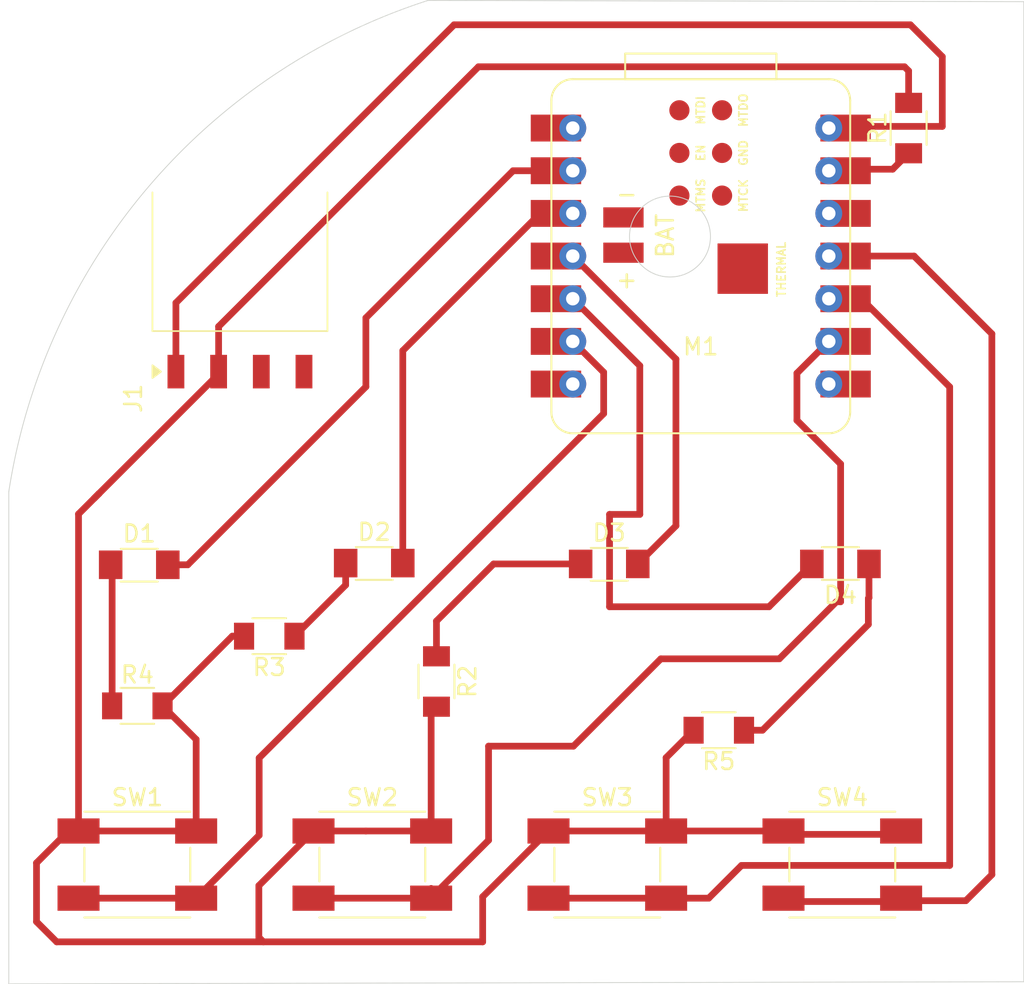
<source format=kicad_pcb>
(kicad_pcb (version 20241229) (generator "pcbnew") (generator_version "9.0")
  (layers (0 "F.Cu" signal) (2 "B.Cu" signal) (13 "F.Paste" user) (15 "B.Paste" user) (5 "F.SilkS" user "F.Silkscreen") (7 "B.SilkS" user "B.Silkscreen") (1 "F.Mask" user) (3 "B.Mask" user) (25 "Edge.Cuts" user))
  (net 0 "")
  (net 1 "PWR_3V3")
  (net 2 "LED1")
  (net 3 "Net-(D1-K)")
  (net 4 "Net-(D2-K)")
  (net 5 "LED2")
  (net 6 "Net-(D3-K)")
  (net 7 "LED3")
  (net 13 "LED4")
  (net 14 "Net-(D4-K)")
  (net 16 "GND")
  (net 19 "5V")
  (net 20 "BTN4")
  (net 21 "BTN1")
  (net 22 "RX")
  (net 23 "BTN2")
  (net 24 "TX")
  (net 26 "BTN3")
  (footprint "fab:LED_1206" (layer "F.Cu") (at 167.779167 80.8)
    (property "Reference" "D3" (at 0 -1.85 0) (layer "F.SilkS"))
    (property "Value" "LED_1206")
    (fp_line (start -1.1 -0.95) (end 1.1 -0.95) (stroke (width 0.12)) (layer "F.SilkS"))
    (fp_line (start -1.1 1) (end 1.1 1) (stroke (width 0.12)) (layer "F.SilkS"))
    (pad "1" smd rect (at -1.7 0) (size 1.4 1.7) (layers "F.Cu" "F.Mask" "F.Paste") (net 6 "Net-(D3-K)"))
    (pad "2" smd rect (at 1.7 0) (size 1.4 1.7) (layers "F.Cu" "F.Mask" "F.Paste") (net 7 "LED3"))
  )
  (footprint "fab:R_1206" (layer "F.Cu") (at 157.5 87.8 -90)
    (property "Reference" "R2" (at 0 -1.85 90) (layer "F.SilkS"))
    (property "Value" "150")
    (fp_line (start 1 1.07) (end -1 1.07) (stroke (width 0.12)) (layer "F.SilkS"))
    (fp_line (start -1 -1.07) (end 1 -1.07) (stroke (width 0.12)) (layer "F.SilkS"))
    (pad "1" smd rect (at -1.5 0 270) (size 1.2 1.6) (layers "F.Cu" "F.Mask" "F.Paste") (net 6 "Net-(D3-K)"))
    (pad "2" smd rect (at 1.5 0 270) (size 1.2 1.6) (layers "F.Cu" "F.Mask" "F.Paste") (net 16 "GND"))
  )
  (footprint "fab:PinSocket_01x04_P2.54mm_Horizontal_SMD" (layer "F.Cu") (at 141.995833 69.35 90)
    (property "Reference" "J1" (at -0.635 -2.54 90) (layer "F.SilkS") (effects (justify right)))
    (property "Value" "PinSocket_01x04_P2.54mm_Horizontal_SMD")
    (fp_line (start 10.668 -1.397) (end 2.413 -1.397) (stroke (width 0.1)) (layer "F.SilkS"))
    (fp_line (start 2.413 -1.397) (end 2.413 9.017) (stroke (width 0.1)) (layer "F.SilkS"))
    (fp_line (start 2.413 9.017) (end 10.668 9.017) (stroke (width 0.1)) (layer "F.SilkS"))
    (fp_poly (pts (xy 0 -0.889) (xy -0.381 -1.397) (xy 0.381 -1.397)) (stroke (width 0.1)) (fill yes) (layer "F.SilkS"))
    (pad "1" smd rect (at 0 0 90) (size 2 1) (layers "F.Cu" "F.Mask" "F.Paste") (net 19 "5V"))
    (pad "2" smd rect (at 0 2.54 90) (size 2 1) (layers "F.Cu" "F.Mask" "F.Paste") (net 16 "GND"))
    (pad "3" smd rect (at 0 5.08 90) (size 2 1) (layers "F.Cu" "F.Mask" "F.Paste") (net 22 "RX"))
    (pad "4" smd rect (at 0 7.62 90) (size 2 1) (layers "F.Cu" "F.Mask" "F.Paste") (net 24 "TX"))
  )
  (footprint "fab:Button_Omron_B3SN_6.0x6.0mm" (layer "F.Cu") (at 153.683333 98.7)
    (property "Reference" "SW2" (at 0 -4 0) (layer "F.SilkS"))
    (property "Value" "Switch_Tactile_Omron")
    (fp_line (start -3.15 -3.15) (end 3.15 -3.15) (stroke (width 0.12)) (layer "F.SilkS"))
    (fp_line (start -3.15 1) (end -3.15 -1) (stroke (width 0.12)) (layer "F.SilkS"))
    (fp_line (start 3.15 -1) (end 3.15 1) (stroke (width 0.12)) (layer "F.SilkS"))
    (fp_line (start 3.15 3.15) (end -3.15 3.15) (stroke (width 0.12)) (layer "F.SilkS"))
    (pad "1" smd rect (at -3.5 -2) (size 2.5 1.5) (layers "F.Cu" "F.Mask" "F.Paste") (net 16 "GND"))
    (pad "1" smd rect (at 3.5 -2) (size 2.5 1.5) (layers "F.Cu" "F.Mask" "F.Paste") (net 16 "GND"))
    (pad "2" smd rect (at -3.5 2) (size 2.5 1.5) (layers "F.Cu" "F.Mask" "F.Paste") (net 23 "BTN2"))
    (pad "2" smd rect (at 3.5 2) (size 2.5 1.5) (layers "F.Cu" "F.Mask" "F.Paste") (net 23 "BTN2"))
  )
  (footprint "fab:Button_Omron_B3SN_6.0x6.0mm" (layer "F.Cu") (at 167.666667 98.7)
    (property "Reference" "SW3" (at 0 -4 0) (layer "F.SilkS"))
    (property "Value" "Switch_Tactile_Omron")
    (fp_line (start -3.15 -3.15) (end 3.15 -3.15) (stroke (width 0.12)) (layer "F.SilkS"))
    (fp_line (start -3.15 1) (end -3.15 -1) (stroke (width 0.12)) (layer "F.SilkS"))
    (fp_line (start 3.15 -1) (end 3.15 1) (stroke (width 0.12)) (layer "F.SilkS"))
    (fp_line (start 3.15 3.15) (end -3.15 3.15) (stroke (width 0.12)) (layer "F.SilkS"))
    (pad "1" smd rect (at -3.5 -2) (size 2.5 1.5) (layers "F.Cu" "F.Mask" "F.Paste") (net 16 "GND"))
    (pad "1" smd rect (at 3.5 -2) (size 2.5 1.5) (layers "F.Cu" "F.Mask" "F.Paste") (net 16 "GND"))
    (pad "2" smd rect (at -3.5 2) (size 2.5 1.5) (layers "F.Cu" "F.Mask" "F.Paste") (net 26 "BTN3"))
    (pad "2" smd rect (at 3.5 2) (size 2.5 1.5) (layers "F.Cu" "F.Mask" "F.Paste") (net 26 "BTN3"))
  )
  (footprint "fab:Button_Omron_B3SN_6.0x6.0mm" (layer "F.Cu") (at 139.7 98.7)
    (property "Reference" "SW1" (at 0 -4 0) (layer "F.SilkS"))
    (property "Value" "Switch_Tactile_Omron")
    (fp_line (start -3.15 -3.15) (end 3.15 -3.15) (stroke (width 0.12)) (layer "F.SilkS"))
    (fp_line (start -3.15 1) (end -3.15 -1) (stroke (width 0.12)) (layer "F.SilkS"))
    (fp_line (start 3.15 -1) (end 3.15 1) (stroke (width 0.12)) (layer "F.SilkS"))
    (fp_line (start 3.15 3.15) (end -3.15 3.15) (stroke (width 0.12)) (layer "F.SilkS"))
    (pad "1" smd rect (at -3.5 -2) (size 2.5 1.5) (layers "F.Cu" "F.Mask" "F.Paste") (net 16 "GND"))
    (pad "1" smd rect (at 3.5 -2) (size 2.5 1.5) (layers "F.Cu" "F.Mask" "F.Paste") (net 16 "GND"))
    (pad "2" smd rect (at -3.5 2) (size 2.5 1.5) (layers "F.Cu" "F.Mask" "F.Paste") (net 21 "BTN1"))
    (pad "2" smd rect (at 3.5 2) (size 2.5 1.5) (layers "F.Cu" "F.Mask" "F.Paste") (net 21 "BTN1"))
  )
  (footprint "fab:R_1206" (layer "F.Cu") (at 147.55 85.1 180)
    (property "Reference" "R3" (at 0 -1.85 0) (layer "F.SilkS"))
    (property "Value" "150")
    (fp_line (start 1 1.07) (end -1 1.07) (stroke (width 0.12)) (layer "F.SilkS"))
    (fp_line (start -1 -1.07) (end 1 -1.07) (stroke (width 0.12)) (layer "F.SilkS"))
    (pad "1" smd rect (at -1.5 0 180) (size 1.2 1.6) (layers "F.Cu" "F.Mask" "F.Paste") (net 4 "Net-(D2-K)"))
    (pad "2" smd rect (at 1.5 0 180) (size 1.2 1.6) (layers "F.Cu" "F.Mask" "F.Paste") (net 16 "GND"))
  )
  (footprint "fab:LED_1206" (layer "F.Cu") (at 181.5375 80.8 180)
    (property "Reference" "D4" (at 0 -1.85 0) (layer "F.SilkS"))
    (property "Value" "LED_1206")
    (fp_line (start -1.1 1) (end 1.1 1) (stroke (width 0.12)) (layer "F.SilkS"))
    (fp_line (start -1.1 -0.95) (end 1.1 -0.95) (stroke (width 0.12)) (layer "F.SilkS"))
    (pad "1" smd rect (at -1.7 0 180) (size 1.4 1.7) (layers "F.Cu" "F.Mask" "F.Paste") (net 14 "Net-(D4-K)"))
    (pad "2" smd rect (at 1.7 0 180) (size 1.4 1.7) (layers "F.Cu" "F.Mask" "F.Paste") (net 13 "LED4"))
  )
  (footprint "fab:LED_1206" (layer "F.Cu") (at 153.795833 80.75)
    (property "Reference" "D2" (at 0 -1.85 0) (layer "F.SilkS"))
    (property "Value" "LED_1206")
    (fp_line (start -1.1 -0.95) (end 1.1 -0.95) (stroke (width 0.12)) (layer "F.SilkS"))
    (fp_line (start -1.1 1) (end 1.1 1) (stroke (width 0.12)) (layer "F.SilkS"))
    (pad "1" smd rect (at -1.7 0) (size 1.4 1.7) (layers "F.Cu" "F.Mask" "F.Paste") (net 4 "Net-(D2-K)"))
    (pad "2" smd rect (at 1.7 0) (size 1.4 1.7) (layers "F.Cu" "F.Mask" "F.Paste") (net 5 "LED2"))
  )
  (footprint "fab:R_1206" (layer "F.Cu") (at 139.7 89.25)
    (property "Reference" "R4" (at 0 -1.85 0) (layer "F.SilkS"))
    (property "Value" "150")
    (fp_line (start -1 -1.07) (end 1 -1.07) (stroke (width 0.12)) (layer "F.SilkS"))
    (fp_line (start 1 1.07) (end -1 1.07) (stroke (width 0.12)) (layer "F.SilkS"))
    (pad "1" smd rect (at -1.5 0) (size 1.2 1.6) (layers "F.Cu" "F.Mask" "F.Paste") (net 3 "Net-(D1-K)"))
    (pad "2" smd rect (at 1.5 0) (size 1.2 1.6) (layers "F.Cu" "F.Mask" "F.Paste") (net 16 "GND"))
  )
  (footprint "fab:LED_1206" (layer "F.Cu") (at 139.8125 80.85)
    (property "Reference" "D1" (at 0 -1.85 0) (layer "F.SilkS"))
    (property "Value" "LED_1206")
    (fp_line (start -1.1 -0.95) (end 1.1 -0.95) (stroke (width 0.12)) (layer "F.SilkS"))
    (fp_line (start -1.1 1) (end 1.1 1) (stroke (width 0.12)) (layer "F.SilkS"))
    (pad "1" smd rect (at -1.7 0) (size 1.4 1.7) (layers "F.Cu" "F.Mask" "F.Paste") (net 3 "Net-(D1-K)"))
    (pad "2" smd rect (at 1.7 0) (size 1.4 1.7) (layers "F.Cu" "F.Mask" "F.Paste") (net 2 "LED1"))
  )
  (footprint "fab:R_1206" (layer "F.Cu") (at 174.3 90.7 180)
    (property "Reference" "R5" (at 0 -1.85 0) (layer "F.SilkS"))
    (property "Value" "150")
    (fp_line (start 1 1.07) (end -1 1.07) (stroke (width 0.12)) (layer "F.SilkS"))
    (fp_line (start -1 -1.07) (end 1 -1.07) (stroke (width 0.12)) (layer "F.SilkS"))
    (pad "1" smd rect (at -1.5 0 180) (size 1.2 1.6) (layers "F.Cu" "F.Mask" "F.Paste") (net 14 "Net-(D4-K)"))
    (pad "2" smd rect (at 1.5 0 180) (size 1.2 1.6) (layers "F.Cu" "F.Mask" "F.Paste") (net 16 "GND"))
  )
  (footprint "fab:Button_Omron_B3SN_6.0x6.0mm" (layer "F.Cu") (at 181.65 98.7)
    (property "Reference" "SW4" (at 0 -4 0) (layer "F.SilkS"))
    (property "Value" "Switch_Tactile_Omron")
    (fp_line (start -3.15 -3.15) (end 3.15 -3.15) (stroke (width 0.12)) (layer "F.SilkS"))
    (fp_line (start -3.15 1) (end -3.15 -1) (stroke (width 0.12)) (layer "F.SilkS"))
    (fp_line (start 3.15 -1) (end 3.15 1) (stroke (width 0.12)) (layer "F.SilkS"))
    (fp_line (start 3.15 3.15) (end -3.15 3.15) (stroke (width 0.12)) (layer "F.SilkS"))
    (pad "1" smd rect (at -3.5 -2) (size 2.5 1.5) (layers "F.Cu" "F.Mask" "F.Paste") (net 16 "GND"))
    (pad "1" smd rect (at 3.5 -2) (size 2.5 1.5) (layers "F.Cu" "F.Mask" "F.Paste") (net 16 "GND"))
    (pad "2" smd rect (at -3.5 2) (size 2.5 1.5) (layers "F.Cu" "F.Mask" "F.Paste") (net 20 "BTN4"))
    (pad "2" smd rect (at 3.5 2) (size 2.5 1.5) (layers "F.Cu" "F.Mask" "F.Paste") (net 20 "BTN4"))
  )
  (footprint "fab:SeeedStudio_XIAO_ESP32C3" (layer "F.Cu") (at 173.225833 62.47)
    (property "Reference" "M1" (at 0 5.39 0) (layer "F.SilkS"))
    (property "Value" "Module_XIAO-ESP32C3")
    (fp_line (start -8.8875 9.281) (end -8.8875 -9.261) (stroke (width 0.12)) (layer "F.SilkS"))
    (fp_line (start -7.6175 -10.531) (end 7.6225 -10.531) (stroke (width 0.12)) (layer "F.SilkS"))
    (fp_line (start 7.6225 10.551) (end -7.6175 10.551) (stroke (width 0.12)) (layer "F.SilkS"))
    (fp_line (start 8.8925 -9.261) (end 8.8925 9.281) (stroke (width 0.12)) (layer "F.SilkS"))
    (fp_rect (start -4.4975 -10.531) (end 4.5025 -12.055) (stroke (width 0.12)) (fill no) (layer "F.SilkS"))
    (fp_arc (start -8.8875 -9.261) (mid -8.515526 -10.159026) (end -7.6175 -10.531) (stroke (width 0.12)) (layer "F.SilkS"))
    (fp_arc (start -7.6175 10.551) (mid -8.515526 10.179026) (end -8.8875 9.281) (stroke (width 0.12)) (layer "F.SilkS"))
    (fp_arc (start 7.6225 -10.531) (mid 8.520526 -10.159026) (end 8.8925 -9.261) (stroke (width 0.12)) (layer "F.SilkS"))
    (fp_arc (start 8.8925 9.281) (mid 8.520526 10.179026) (end 7.6225 10.551) (stroke (width 0.12)) (layer "F.SilkS"))
    (fp_text user "GND" (at 2.54 -6.14 90) (layer "F.SilkS") (effects (font (size 0.5 0.5) (thickness 0.1) (bold yes))))
    (fp_text user "-" (at -4.4 -3.7 0) (layer "F.SilkS"))
    (fp_text user "MTMS" (at 0 -3.6 90) (layer "F.SilkS") (effects (font (size 0.5 0.5) (thickness 0.1) (bold yes))))
    (fp_text user "EN" (at 0 -6.14 90) (layer "F.SilkS") (effects (font (size 0.5 0.5) (thickness 0.1) (bold yes))))
    (fp_text user "BAT" (at -2.7 -1.2 90) (layer "F.SilkS") (effects (justify top)))
    (fp_text user "+" (at -4.4 1.4 0) (layer "F.SilkS"))
    (fp_text user "MTDO" (at 2.54 -8.68 90) (layer "F.SilkS") (effects (font (size 0.5 0.5) (thickness 0.1) (bold yes))))
    (fp_text user "MTCK" (at 2.54 -3.6 90) (layer "F.SilkS") (effects (font (size 0.5 0.5) (thickness 0.1) (bold yes))))
    (fp_text user "THERMAL" (at 4.8 0.8 90) (layer "F.SilkS") (effects (font (size 0.5 0.5) (thickness 0.1) (bold yes))))
    (fp_text user "MTDI" (at 0 -8.68 90) (layer "F.SilkS") (effects (font (size 0.5 0.5) (thickness 0.1) (bold yes))))
    (pad "1" thru_hole circle (at -7.615 -7.62) (size 1.6 1.6) (drill 0.8) (layers "*.Cu" "*.Mask"))
    (pad "1" smd rect (at -7.615 -7.62) (size 3 1.6) (drill (offset -1 0)) (layers "F.Cu" "F.Mask" "F.Paste"))
    (pad "2" thru_hole circle (at -7.615 -5.08) (size 1.6 1.6) (drill 0.8) (layers "*.Cu" "*.Mask") (net 2 "LED1"))
    (pad "2" smd rect (at -7.615 -5.08) (size 3 1.6) (drill (offset -1 0)) (layers "F.Cu" "F.Mask" "F.Paste") (net 2 "LED1"))
    (pad "3" thru_hole circle (at -7.615 -2.54) (size 1.6 1.6) (drill 0.8) (layers "*.Cu" "*.Mask") (net 5 "LED2"))
    (pad "3" smd rect (at -7.615 -2.54) (size 3 1.6) (drill (offset -1 0)) (layers "F.Cu" "F.Mask" "F.Paste") (net 5 "LED2"))
    (pad "4" thru_hole circle (at -7.615 0) (size 1.6 1.6) (drill 0.8) (layers "*.Cu" "*.Mask") (net 7 "LED3"))
    (pad "4" smd rect (at -7.615 0) (size 3 1.6) (drill (offset -1 0)) (layers "F.Cu" "F.Mask" "F.Paste") (net 7 "LED3"))
    (pad "5" thru_hole circle (at -7.615 2.54) (size 1.6 1.6) (drill 0.8) (layers "*.Cu" "*.Mask") (net 13 "LED4"))
    (pad "5" smd rect (at -7.615 2.54) (size 3 1.6) (drill (offset -1 0)) (layers "F.Cu" "F.Mask" "F.Paste") (net 13 "LED4"))
    (pad "6" thru_hole circle (at -7.615 5.08) (size 1.6 1.6) (drill 0.8) (layers "*.Cu" "*.Mask") (net 21 "BTN1"))
    (pad "6" smd rect (at -7.615 5.08) (size 3 1.6) (drill (offset -1 0)) (layers "F.Cu" "F.Mask" "F.Paste") (net 21 "BTN1"))
    (pad "7" thru_hole circle (at -7.615 7.62) (size 1.6 1.6) (drill 0.8) (layers "*.Cu" "*.Mask") (net 24 "TX"))
    (pad "7" smd rect (at -7.615 7.62) (size 3 1.6) (drill (offset -1 0)) (layers "F.Cu" "F.Mask" "F.Paste") (net 24 "TX"))
    (pad "8" thru_hole circle (at 7.62 7.62) (size 1.6 1.6) (drill 0.8) (layers "*.Cu" "*.Mask") (net 22 "RX"))
    (pad "8" smd rect (at 7.62 7.62) (size 3 1.6) (drill (offset 1 0)) (layers "F.Cu" "F.Mask" "F.Paste") (net 22 "RX"))
    (pad "9" thru_hole circle (at 7.62 5.08) (size 1.6 1.6) (drill 0.8) (layers "*.Cu" "*.Mask") (net 23 "BTN2"))
    (pad "9" smd rect (at 7.62 5.08) (size 3 1.6) (drill (offset 1 0)) (layers "F.Cu" "F.Mask" "F.Paste") (net 23 "BTN2"))
    (pad "10" thru_hole circle (at 7.62 2.54) (size 1.6 1.6) (drill 0.8) (layers "*.Cu" "*.Mask") (net 26 "BTN3"))
    (pad "10" smd rect (at 7.62 2.54) (size 3 1.6) (drill (offset 1 0)) (layers "F.Cu" "F.Mask" "F.Paste") (net 26 "BTN3"))
    (pad "11" thru_hole circle (at 7.62 0) (size 1.6 1.6) (drill 0.8) (layers "*.Cu" "*.Mask") (net 20 "BTN4"))
    (pad "11" smd rect (at 7.62 0) (size 3 1.6) (drill (offset 1 0)) (layers "F.Cu" "F.Mask" "F.Paste") (net 20 "BTN4"))
    (pad "12" thru_hole circle (at 7.62 -2.54) (size 1.6 1.6) (drill 0.8) (layers "*.Cu" "*.Mask") (net 1 "PWR_3V3"))
    (pad "12" smd rect (at 7.62 -2.54) (size 3 1.6) (drill (offset 1 0)) (layers "F.Cu" "F.Mask" "F.Paste") (net 1 "PWR_3V3"))
    (pad "13" thru_hole circle (at 7.62 -5.08) (size 1.6 1.6) (drill 0.8) (layers "*.Cu" "*.Mask") (net 16 "GND"))
    (pad "13" smd rect (at 7.62 -5.08) (size 3 1.6) (drill (offset 1 0)) (layers "F.Cu" "F.Mask" "F.Paste") (net 16 "GND"))
    (pad "14" thru_hole circle (at 7.62 -7.62) (size 1.6 1.6) (drill 0.8) (layers "*.Cu" "*.Mask") (net 19 "5V"))
    (pad "14" smd rect (at 7.62 -7.62) (size 3 1.6) (drill (offset 1 0)) (layers "F.Cu" "F.Mask" "F.Paste") (net 19 "5V"))
    (pad "15" smd rect (at -4.6 -2.3) (size 2.4 1.2) (layers "F.Cu" "F.Mask" "F.Paste"))
    (pad "16" smd rect (at -4.6 -0.2) (size 2.4 1.2) (layers "F.Cu" "F.Mask" "F.Paste"))
    (pad "17" smd circle (at -1.27 -8.68) (size 1.2 1.2) (layers "F.Cu" "F.Mask" "F.Paste"))
    (pad "18" smd circle (at -1.27 -6.14) (size 1.2 1.2) (layers "F.Cu" "F.Mask" "F.Paste"))
    (pad "19" smd circle (at -1.27 -3.6) (size 1.2 1.2) (layers "F.Cu" "F.Mask" "F.Paste"))
    (pad "20" smd circle (at 1.27 -3.6) (size 1.2 1.2) (layers "F.Cu" "F.Mask" "F.Paste"))
    (pad "21" smd circle (at 1.27 -6.14) (size 1.2 1.2) (layers "F.Cu" "F.Mask" "F.Paste"))
    (pad "22" smd circle (at 1.27 -8.68) (size 1.2 1.2) (layers "F.Cu" "F.Mask" "F.Paste"))
    (pad "23" smd rect (at 2.5 0.75) (size 3 3) (layers "F.Cu" "F.Mask" "F.Paste"))
  )
  (footprint "fab:R_1206" (layer "F.Cu") (at 185.595833 54.85 90)
    (property "Reference" "R1" (at 0 -1.85 90) (layer "F.SilkS"))
    (property "Value" "0")
    (fp_line (start -1 -1.07) (end 1 -1.07) (stroke (width 0.12)) (layer "F.SilkS"))
    (fp_line (start 1 1.07) (end -1 1.07) (stroke (width 0.12)) (layer "F.SilkS"))
    (pad "1" smd rect (at -1.5 0 90) (size 1.2 1.6) (layers "F.Cu" "F.Mask" "F.Paste") (net 16 "GND"))
    (pad "2" smd rect (at 1.5 0 90) (size 1.2 1.6) (layers "F.Cu" "F.Mask" "F.Paste") (net 16 "GND"))
  )
  (gr_line (start 132.05 105.799999) (end 192.45 105.675) (stroke (width 0.05)) (layer "Edge.Cuts"))
  (gr_circle (center 171.395833 61.308319) (end 172.995833 59.508319) (stroke (width 0.05)) (fill no) (layer "Edge.Cuts"))
  (gr_line (start 132.05 76.500001) (end 132.05 105.799999) (stroke (width 0.05)) (layer "Edge.Cuts"))
  (gr_arc (start 132.05 76.500001) (mid 140.373589 58.333882) (end 157 47.25) (stroke (width 0.05)) (layer "Edge.Cuts"))
  (gr_line (start 157 47.25) (end 192.45 47.325) (stroke (width 0.05)) (layer "Edge.Cuts"))
  (gr_line (start 192.45 105.675) (end 192.45 47.325) (stroke (width 0.05)) (layer "Edge.Cuts"))
  (segment (start 141.5125 80.85) (end 142.7 80.85) (width 0.4) (layer "F.Cu") (net 2))
  (segment (start 162.06 57.39) (end 165.610833 57.39) (width 0.4) (layer "F.Cu") (net 2))
  (segment (start 142.7 80.85) (end 153.3 70.25) (width 0.4) (layer "F.Cu") (net 2))
  (segment (start 153.3 66.15) (end 162.06 57.39) (width 0.4) (layer "F.Cu") (net 2))
  (segment (start 153.3 70.25) (end 153.3 66.15) (width 0.4) (layer "F.Cu") (net 2))
  (segment (start 138.2 89.25) (end 138.2 80.9375) (width 0.4) (layer "F.Cu") (net 3))
  (segment (start 138.2 80.9375) (end 138.1125 80.85) (width 0.4) (layer "F.Cu") (net 3))
  (segment (start 152.095833 82.054167) (end 149.05 85.1) (width 0.4) (layer "F.Cu") (net 4))
  (segment (start 152.095833 80.75) (end 152.095833 82.054167) (width 0.4) (layer "F.Cu") (net 4))
  (segment (start 155.495833 80.75) (end 155.495833 68.103) (width 0.4) (layer "F.Cu") (net 5))
  (segment (start 163.668833 59.93) (end 165.610833 59.93) (width 0.4) (layer "F.Cu") (net 5))
  (segment (start 155.495833 68.103) (end 163.668833 59.93) (width 0.4) (layer "F.Cu") (net 5))
  (segment (start 157.5 84.2) (end 157.5 86.3) (width 0.4) (layer "F.Cu") (net 6))
  (segment (start 166.079167 80.8) (end 160.9 80.8) (width 0.4) (layer "F.Cu") (net 6))
  (segment (start 160.9 80.8) (end 157.5 84.2) (width 0.4) (layer "F.Cu") (net 6))
  (segment (start 171.75 78.529167) (end 171.75 68.609168) (width 0.4) (layer "F.Cu") (net 7))
  (segment (start 165.610833 62.470001) (end 165.610833 62.47) (width 0.4) (layer "F.Cu") (net 7))
  (segment (start 169.479167 80.8) (end 171.75 78.529167) (width 0.4) (layer "F.Cu") (net 7))
  (segment (start 171.75 68.609168) (end 165.610833 62.470001) (width 0.4) (layer "F.Cu") (net 7))
  (segment (start 167.8 77.85) (end 167.8 83.35) (width 0.4) (layer "F.Cu") (net 13))
  (segment (start 165.610833 65.01) (end 169.6 68.999167) (width 0.4) (layer "F.Cu") (net 13))
  (segment (start 169.6 77.85) (end 167.8 77.85) (width 0.4) (layer "F.Cu") (net 13))
  (segment (start 177.2875 83.35) (end 179.8375 80.8) (width 0.4) (layer "F.Cu") (net 13))
  (segment (start 167.8 83.35) (end 177.2875 83.35) (width 0.4) (layer "F.Cu") (net 13))
  (segment (start 169.6 68.999167) (end 169.6 77.85) (width 0.4) (layer "F.Cu") (net 13))
  (segment (start 183.2 84.4) (end 183.2 82.85) (width 0.4) (layer "F.Cu") (net 14))
  (segment (start 175.8 90.7) (end 176.9 90.7) (width 0.4) (layer "F.Cu") (net 14))
  (segment (start 176.9 90.7) (end 183.2 84.4) (width 0.4) (layer "F.Cu") (net 14))
  (segment (start 183.2375 82.8125) (end 183.2375 80.8) (width 0.4) (layer "F.Cu") (net 14))
  (segment (start 183.2 82.85) (end 183.2375 82.8125) (width 0.4) (layer "F.Cu") (net 14))
  (segment (start 160 51.2) (end 185.35 51.2) (width 0.4) (layer "F.Cu") (net 16))
  (segment (start 145.35 85.1) (end 141.2 89.25) (width 0.4) (layer "F.Cu") (net 16))
  (segment (start 171.166667 92.333333) (end 172.8 90.7) (width 0.4) (layer "F.Cu") (net 16))
  (segment (start 143.2 96.7) (end 136.2 96.7) (width 0.4) (layer "F.Cu") (net 16))
  (segment (start 144.535833 69.35) (end 144.535833 66.664167) (width 0.4) (layer "F.Cu") (net 16))
  (segment (start 179.15 96.9) (end 186.15 96.9) (width 0.4) (layer "F.Cu") (net 16))
  (segment (start 146.930573 103.030573) (end 147.2 103.3) (width 0.4) (layer "F.Cu") (net 16))
  (segment (start 133.7 98.6) (end 135.6 96.7) (width 0.4) (layer "F.Cu") (net 16))
  (segment (start 133.7 102.1) (end 133.7 98.6) (width 0.4) (layer "F.Cu") (net 16))
  (segment (start 137.413916 76.613916) (end 144.535833 69.492) (width 0.4) (layer "F.Cu") (net 16))
  (segment (start 135.6 96.7) (end 136.2 96.7) (width 0.4) (layer "F.Cu") (net 16))
  (segment (start 146.930573 99.95276) (end 146.930573 103.030573) (width 0.4) (layer "F.Cu") (net 16))
  (segment (start 137.127833 76.9) (end 137.413916 76.613916) (width 0.4) (layer "F.Cu") (net 16))
  (segment (start 146.05 85.1) (end 145.35 85.1) (width 0.4) (layer "F.Cu") (net 16))
  (segment (start 185.35 51.2) (end 185.595833 51.445833) (width 0.4) (layer "F.Cu") (net 16))
  (segment (start 143.2 96.7) (end 143.2 91.25) (width 0.4) (layer "F.Cu") (net 16))
  (segment (start 184.645833 57.3) (end 180.935833 57.3) (width 0.4) (layer "F.Cu") (net 16))
  (segment (start 171.166667 96.7) (end 171.166667 92.333333) (width 0.4) (layer "F.Cu") (net 16))
  (segment (start 136.2 96.7) (end 136.2 77.827832) (width 0.4) (layer "F.Cu") (net 16))
  (segment (start 160.25 100.616667) (end 160.25 103.3) (width 0.4) (layer "F.Cu") (net 16))
  (segment (start 180.935833 57.3) (end 180.845833 57.39) (width 0.4) (layer "F.Cu") (net 16))
  (segment (start 143.2 91.25) (end 141.2 89.25) (width 0.4) (layer "F.Cu") (net 16))
  (segment (start 164.166667 96.7) (end 160.25 100.616667) (width 0.4) (layer "F.Cu") (net 16))
  (segment (start 134.9 103.3) (end 133.7 102.1) (width 0.4) (layer "F.Cu") (net 16))
  (segment (start 150.183333 96.7) (end 146.930573 99.95276) (width 0.4) (layer "F.Cu") (net 16))
  (segment (start 144.535833 66.664167) (end 160 51.2) (width 0.4) (layer "F.Cu") (net 16))
  (segment (start 185.595833 51.445833) (end 185.595833 53.35) (width 0.4) (layer "F.Cu") (net 16))
  (segment (start 157.183333 96.7) (end 157.183333 89.616667) (width 0.4) (layer "F.Cu") (net 16))
  (segment (start 150.183333 96.7) (end 153.3 96.7) (width 0.4) (layer "F.Cu") (net 16))
  (segment (start 153.3 96.7) (end 157.183333 96.7) (width 0.4) (layer "F.Cu") (net 16))
  (segment (start 160.25 103.3) (end 134.9 103.3) (width 0.4) (layer "F.Cu") (net 16))
  (segment (start 185.595833 56.35) (end 184.645833 57.3) (width 0.4) (layer "F.Cu") (net 16))
  (segment (start 144.535833 69.492) (end 144.535833 69.35) (width 0.4) (layer "F.Cu") (net 16))
  (segment (start 136.2 77.827832) (end 137.413916 76.613916) (width 0.4) (layer "F.Cu") (net 16))
  (segment (start 171.166667 96.7) (end 164.166667 96.7) (width 0.4) (layer "F.Cu") (net 16))
  (segment (start 157.183333 89.616667) (end 157.5 89.3) (width 0.4) (layer "F.Cu") (net 16))
  (segment (start 178.15 96.7) (end 171.166667 96.7) (width 0.4) (layer "F.Cu") (net 16))
  (segment (start 187.6 50.6) (end 187.6 54.75) (width 0.4) (layer "F.Cu") (net 19))
  (segment (start 158.55 48.7) (end 185.7 48.7) (width 0.4) (layer "F.Cu") (net 19))
  (segment (start 141.995833 69.35) (end 141.995833 65.254167) (width 0.4) (layer "F.Cu") (net 19))
  (segment (start 185.7 48.7) (end 187.6 50.6) (width 0.4) (layer "F.Cu") (net 19))
  (segment (start 180.945833 54.75) (end 180.845833 54.85) (width 0.4) (layer "F.Cu") (net 19))
  (segment (start 187.6 54.75) (end 180.945833 54.75) (width 0.4) (layer "F.Cu") (net 19))
  (segment (start 141.995833 65.254167) (end 158.55 48.7) (width 0.4) (layer "F.Cu") (net 19))
  (segment (start 190.55 67.1) (end 185.92 62.47) (width 0.4) (layer "F.Cu") (net 20))
  (segment (start 186.2 100.85) (end 189 100.85) (width 0.4) (layer "F.Cu") (net 20))
  (segment (start 190.55 99.3) (end 190.55 67.1) (width 0.4) (layer "F.Cu") (net 20))
  (segment (start 186.15 100.9) (end 186.2 100.85) (width 0.4) (layer "F.Cu") (net 20))
  (segment (start 179.15 100.9) (end 186.15 100.9) (width 0.4) (layer "F.Cu") (net 20))
  (segment (start 185.92 62.47) (end 180.845833 62.47) (width 0.4) (layer "F.Cu") (net 20))
  (segment (start 189 100.85) (end 190.55 99.3) (width 0.4) (layer "F.Cu") (net 20))
  (segment (start 146.95 96.95) (end 146.95 92.35) (width 0.4) (layer "F.Cu") (net 21))
  (segment (start 167.45 71.85) (end 167.45 69.389167) (width 0.4) (layer "F.Cu") (net 21))
  (segment (start 146.95 92.35) (end 167.45 71.85) (width 0.4) (layer "F.Cu") (net 21))
  (segment (start 167.45 69.389167) (end 165.610833 67.55) (width 0.4) (layer "F.Cu") (net 21))
  (segment (start 143.2 100.7) (end 136.2 100.7) (width 0.4) (layer "F.Cu") (net 21))
  (segment (start 143.2 100.7) (end 146.95 96.95) (width 0.4) (layer "F.Cu") (net 21))
  (segment (start 165.65 91.65) (end 170.85 86.45) (width 0.4) (layer "F.Cu") (net 23))
  (segment (start 157.183333 100.7) (end 157.183333 100.666667) (width 0.4) (layer "F.Cu") (net 23))
  (segment (start 150.183333 100.7) (end 157.183333 100.7) (width 0.4) (layer "F.Cu") (net 23))
  (segment (start 160.6 91.65) (end 165.65 91.65) (width 0.4) (layer "F.Cu") (net 23))
  (segment (start 157.183333 100.7) (end 157.183333 100.116667) (width 0.4) (layer "F.Cu") (net 23))
  (segment (start 181.55 74.85) (end 178.95 72.25) (width 0.4) (layer "F.Cu") (net 23))
  (segment (start 170.85 86.45) (end 177.9 86.45) (width 0.4) (layer "F.Cu") (net 23))
  (segment (start 157.183333 100.666667) (end 160.6 97.25) (width 0.4) (layer "F.Cu") (net 23))
  (segment (start 177.9 86.45) (end 181.3 83.05) (width 0.4) (layer "F.Cu") (net 23))
  (segment (start 160.6 97.25) (end 160.6 91.65) (width 0.4) (layer "F.Cu") (net 23))
  (segment (start 178.95 72.25) (end 178.95 69.445833) (width 0.4) (layer "F.Cu") (net 23))
  (segment (start 181.55 83.05) (end 181.55 74.85) (width 0.4) (layer "F.Cu") (net 23))
  (segment (start 181.3 83.05) (end 181.55 83.05) (width 0.4) (layer "F.Cu") (net 23))
  (segment (start 178.95 69.445833) (end 180.845833 67.55) (width 0.4) (layer "F.Cu") (net 23))
  (segment (start 171.166667 100.7) (end 173.7 100.7) (width 0.4) (layer "F.Cu") (net 26))
  (segment (start 164.166667 100.7) (end 171.166667 100.7) (width 0.4) (layer "F.Cu") (net 26))
  (segment (start 182.787833 65.01) (end 180.845833 65.01) (width 0.4) (layer "F.Cu") (net 26))
  (segment (start 175.65 98.75) (end 188.040105 98.75) (width 0.4) (layer "F.Cu") (net 26))
  (segment (start 188.040105 98.75) (end 188.040105 70.262272) (width 0.4) (layer "F.Cu") (net 26))
  (segment (start 188.040105 70.262272) (end 182.787833 65.01) (width 0.4) (layer "F.Cu") (net 26))
  (segment (start 173.7 100.7) (end 175.65 98.75) (width 0.4) (layer "F.Cu") (net 26))
)
</source>
